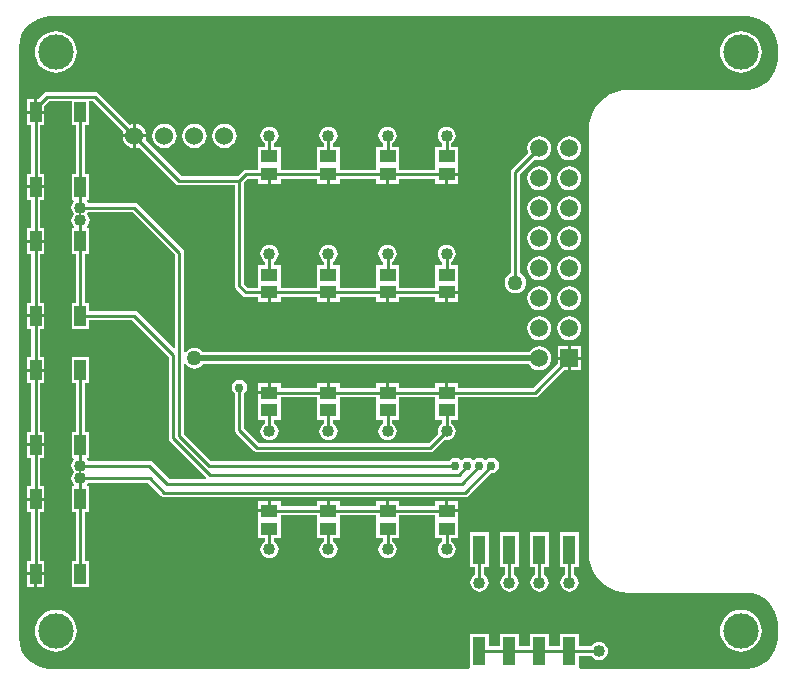
<source format=gtl>
G04 Layer_Physical_Order=1*
G04 Layer_Color=255*
%FSLAX25Y25*%
%MOIN*%
G70*
G01*
G75*
%ADD10R,0.05512X0.04331*%
%ADD11R,0.04449X0.09606*%
%ADD12R,0.03937X0.06693*%
%ADD13C,0.01000*%
%ADD14C,0.02000*%
%ADD15R,0.05906X0.05906*%
%ADD16C,0.05906*%
%ADD17C,0.06000*%
%ADD18C,0.11811*%
%ADD19C,0.04000*%
%ADD20C,0.05000*%
%ADD21C,0.03000*%
G36*
X161111Y108538D02*
X163046Y107951D01*
X164828Y106998D01*
X166391Y105716D01*
X167673Y104154D01*
X168626Y102371D01*
X169213Y100437D01*
X169399Y98541D01*
X169376Y98425D01*
Y94575D01*
X169396Y94477D01*
X169207Y92563D01*
X168620Y90629D01*
X167667Y88846D01*
X166385Y87284D01*
X164823Y86002D01*
X163040Y85049D01*
X161106Y84462D01*
X159587Y84313D01*
X159095Y84293D01*
X159094Y84293D01*
X158684Y84218D01*
X158239Y84207D01*
X158118D01*
X119724Y84207D01*
Y84218D01*
X117636Y84054D01*
X115598Y83565D01*
X113663Y82763D01*
X111876Y81668D01*
X110283Y80308D01*
X108922Y78714D01*
X107827Y76928D01*
X107026Y74992D01*
X106537Y72955D01*
X106372Y70866D01*
X106384D01*
Y-70079D01*
X106372D01*
X106537Y-72167D01*
X107026Y-74205D01*
X107827Y-76140D01*
X108922Y-77927D01*
X110283Y-79520D01*
X111876Y-80881D01*
X113663Y-81976D01*
X115598Y-82777D01*
X117636Y-83267D01*
X119724Y-83431D01*
Y-83419D01*
X158916D01*
X159095Y-83455D01*
Y-83455D01*
X159123Y-83428D01*
X161106Y-83624D01*
X163040Y-84210D01*
X164823Y-85163D01*
X166385Y-86445D01*
X167667Y-88008D01*
X168620Y-89790D01*
X169207Y-91725D01*
X169396Y-93639D01*
X169376Y-93736D01*
Y-98425D01*
X169396Y-98523D01*
X169207Y-100437D01*
X168620Y-102371D01*
X167667Y-104154D01*
X166385Y-105716D01*
X164823Y-106998D01*
X163040Y-107951D01*
X161106Y-108538D01*
X159192Y-108726D01*
X159095Y-108707D01*
X103706D01*
X103224Y-108661D01*
X103224Y-108207D01*
Y-104388D01*
X107250D01*
X107719Y-104998D01*
X108345Y-105479D01*
X109075Y-105781D01*
X109858Y-105884D01*
X110641Y-105781D01*
X111371Y-105479D01*
X111998Y-104998D01*
X112479Y-104371D01*
X112781Y-103641D01*
X112884Y-102858D01*
X112781Y-102075D01*
X112479Y-101345D01*
X111998Y-100719D01*
X111371Y-100238D01*
X110641Y-99936D01*
X109858Y-99832D01*
X109075Y-99936D01*
X108345Y-100238D01*
X107719Y-100719D01*
X107250Y-101329D01*
X103224D01*
Y-97055D01*
X96776D01*
Y-101329D01*
X93224D01*
Y-97055D01*
X86776D01*
Y-101329D01*
X83224D01*
Y-97055D01*
X76776D01*
Y-101329D01*
X73224D01*
Y-97055D01*
X66776D01*
Y-108207D01*
X66776Y-108661D01*
X66294Y-108707D01*
X-73189D01*
X-73189Y-108707D01*
Y-108707D01*
X-73681Y-108687D01*
X-75200Y-108538D01*
X-77135Y-107951D01*
X-78917Y-106998D01*
X-80480Y-105716D01*
X-81762Y-104154D01*
X-82715Y-102371D01*
X-83302Y-100437D01*
X-83490Y-98523D01*
X-83471Y-98425D01*
Y-92264D01*
Y92264D01*
Y98425D01*
X-83490Y98523D01*
X-83302Y100437D01*
X-82715Y102371D01*
X-81762Y104154D01*
X-80480Y105716D01*
X-78917Y106998D01*
X-77135Y107951D01*
X-75200Y108538D01*
X-73287Y108726D01*
X-73189Y108707D01*
X159100D01*
X159198Y108726D01*
X161111Y108538D01*
D02*
G37*
%LPC*%
G36*
X99500Y-5736D02*
X96047D01*
Y-7026D01*
X87871Y-15203D01*
X62811D01*
Y-13567D01*
X59555D01*
Y-16732D01*
X58555D01*
Y-13567D01*
X55299D01*
Y-15203D01*
X43126D01*
Y-13567D01*
X39870D01*
Y-16732D01*
X38870D01*
Y-13567D01*
X35614D01*
Y-15203D01*
X23441D01*
Y-13567D01*
X20185D01*
Y-16732D01*
X19185D01*
Y-13567D01*
X15929D01*
Y-15203D01*
X3756D01*
Y-13567D01*
X500D01*
Y-16732D01*
X0D01*
Y-17232D01*
X-3756D01*
Y-19898D01*
Y-25803D01*
X-1529D01*
Y-26991D01*
X-2140Y-27459D01*
X-2620Y-28086D01*
X-2923Y-28815D01*
X-3026Y-29598D01*
X-2923Y-30382D01*
X-2620Y-31111D01*
X-2140Y-31738D01*
X-1513Y-32219D01*
X-783Y-32521D01*
X-0Y-32624D01*
X783Y-32521D01*
X1513Y-32219D01*
X2140Y-31738D01*
X2620Y-31111D01*
X2923Y-30382D01*
X3026Y-29598D01*
X2923Y-28815D01*
X2620Y-28086D01*
X2140Y-27459D01*
X1529Y-26991D01*
Y-25803D01*
X3756D01*
Y-19898D01*
Y-18262D01*
X15929D01*
Y-19898D01*
Y-25803D01*
X18156D01*
Y-26991D01*
X17545Y-27459D01*
X17064Y-28086D01*
X16762Y-28815D01*
X16659Y-29598D01*
X16762Y-30382D01*
X17064Y-31111D01*
X17545Y-31738D01*
X18172Y-32219D01*
X18902Y-32521D01*
X19685Y-32624D01*
X20468Y-32521D01*
X21198Y-32219D01*
X21825Y-31738D01*
X22306Y-31111D01*
X22608Y-30382D01*
X22711Y-29598D01*
X22608Y-28815D01*
X22306Y-28086D01*
X21825Y-27459D01*
X21214Y-26991D01*
Y-25803D01*
X23441D01*
Y-19898D01*
Y-18262D01*
X35614D01*
Y-19898D01*
Y-25803D01*
X37841D01*
Y-26991D01*
X37230Y-27459D01*
X36750Y-28086D01*
X36447Y-28815D01*
X36344Y-29598D01*
X36447Y-30382D01*
X36750Y-31111D01*
X37230Y-31738D01*
X37857Y-32219D01*
X38587Y-32521D01*
X39370Y-32624D01*
X40153Y-32521D01*
X40883Y-32219D01*
X41510Y-31738D01*
X41991Y-31111D01*
X42293Y-30382D01*
X42396Y-29598D01*
X42293Y-28815D01*
X41991Y-28086D01*
X41510Y-27459D01*
X40900Y-26991D01*
Y-25803D01*
X43126D01*
Y-19898D01*
Y-18262D01*
X55299D01*
Y-19898D01*
Y-25803D01*
X57526D01*
Y-26991D01*
X56915Y-27459D01*
X56435Y-28086D01*
X56132Y-28815D01*
X56029Y-29598D01*
X56130Y-30361D01*
X53020Y-33471D01*
X-3367D01*
X-8471Y-28367D01*
Y-16985D01*
X-8198Y-16802D01*
X-7645Y-15976D01*
X-7451Y-15000D01*
X-7645Y-14025D01*
X-8198Y-13198D01*
X-9025Y-12645D01*
X-10000Y-12451D01*
X-10975Y-12645D01*
X-11802Y-13198D01*
X-12355Y-14025D01*
X-12549Y-15000D01*
X-12355Y-15976D01*
X-11802Y-16802D01*
X-11529Y-16985D01*
Y-29000D01*
X-11413Y-29585D01*
X-11081Y-30081D01*
X-5081Y-36081D01*
X-4585Y-36413D01*
X-4000Y-36529D01*
X53654D01*
X54239Y-36413D01*
X54735Y-36081D01*
X58293Y-32524D01*
X59055Y-32624D01*
X59838Y-32521D01*
X60568Y-32219D01*
X61195Y-31738D01*
X61676Y-31111D01*
X61978Y-30382D01*
X62081Y-29598D01*
X61978Y-28815D01*
X61676Y-28086D01*
X61195Y-27459D01*
X60584Y-26991D01*
Y-25803D01*
X62811D01*
Y-19898D01*
Y-18262D01*
X88504D01*
X89089Y-18145D01*
X89585Y-17814D01*
X98210Y-9189D01*
X99500D01*
Y-5736D01*
D02*
G37*
G36*
X103953D02*
X100500D01*
Y-9189D01*
X103953D01*
Y-5736D01*
D02*
G37*
G36*
X-74992Y8461D02*
X-77961D01*
X-80929D01*
Y4614D01*
X-79490D01*
Y-4890D01*
X-80929D01*
Y-8736D01*
X-77961D01*
X-74992D01*
Y-4890D01*
X-76431D01*
Y4614D01*
X-74992D01*
Y8461D01*
D02*
G37*
G36*
Y-34539D02*
X-77961D01*
X-80929D01*
Y-38386D01*
X-79490D01*
Y-47890D01*
X-80929D01*
Y-51736D01*
X-77961D01*
X-74992D01*
Y-47890D01*
X-76431D01*
Y-38386D01*
X-74992D01*
Y-34539D01*
D02*
G37*
G36*
Y-9736D02*
X-77961D01*
X-80929D01*
Y-13583D01*
X-79490D01*
Y-29693D01*
X-80929D01*
Y-33539D01*
X-77961D01*
X-74992D01*
Y-29693D01*
X-76431D01*
Y-13583D01*
X-74992D01*
Y-9736D01*
D02*
G37*
G36*
X-500Y-13567D02*
X-3756D01*
Y-16232D01*
X-500D01*
Y-13567D01*
D02*
G37*
G36*
X100000Y8751D02*
X98968Y8615D01*
X98007Y8217D01*
X97181Y7583D01*
X96547Y6757D01*
X96149Y5796D01*
X96013Y4764D01*
X96149Y3732D01*
X96547Y2770D01*
X97181Y1945D01*
X98007Y1311D01*
X98968Y913D01*
X100000Y777D01*
X101032Y913D01*
X101993Y1311D01*
X102819Y1945D01*
X103453Y2770D01*
X103851Y3732D01*
X103987Y4764D01*
X103851Y5796D01*
X103453Y6757D01*
X102819Y7583D01*
X101993Y8217D01*
X101032Y8615D01*
X100000Y8751D01*
D02*
G37*
G36*
X-74992Y33264D02*
X-77961D01*
X-80929D01*
Y29417D01*
X-79490D01*
Y13307D01*
X-80929D01*
Y9461D01*
X-77961D01*
X-74992D01*
Y13307D01*
X-76431D01*
Y29417D01*
X-74992D01*
Y33264D01*
D02*
G37*
G36*
X90000Y18751D02*
X88968Y18615D01*
X88007Y18216D01*
X87181Y17583D01*
X86547Y16757D01*
X86149Y15796D01*
X86013Y14764D01*
X86149Y13732D01*
X86547Y12770D01*
X87181Y11945D01*
X88007Y11311D01*
X88968Y10913D01*
X90000Y10777D01*
X91032Y10913D01*
X91993Y11311D01*
X92819Y11945D01*
X93453Y12770D01*
X93851Y13732D01*
X93987Y14764D01*
X93851Y15796D01*
X93453Y16757D01*
X92819Y17583D01*
X91993Y18216D01*
X91032Y18615D01*
X90000Y18751D01*
D02*
G37*
G36*
X99500Y-1283D02*
X96047D01*
Y-4736D01*
X99500D01*
Y-1283D01*
D02*
G37*
G36*
X103953D02*
X100500D01*
Y-4736D01*
X103953D01*
Y-1283D01*
D02*
G37*
G36*
X90000Y8751D02*
X88968Y8615D01*
X88007Y8217D01*
X87181Y7583D01*
X86547Y6757D01*
X86149Y5796D01*
X86013Y4764D01*
X86149Y3732D01*
X86547Y2770D01*
X87181Y1945D01*
X88007Y1311D01*
X88968Y913D01*
X90000Y777D01*
X91032Y913D01*
X91993Y1311D01*
X92819Y1945D01*
X93453Y2770D01*
X93851Y3732D01*
X93987Y4764D01*
X93851Y5796D01*
X93453Y6757D01*
X92819Y7583D01*
X91993Y8217D01*
X91032Y8615D01*
X90000Y8751D01*
D02*
G37*
G36*
X83224Y-63197D02*
X76776D01*
Y-74803D01*
X78471D01*
Y-77392D01*
X77860Y-77860D01*
X77380Y-78487D01*
X77077Y-79217D01*
X76974Y-80000D01*
X77077Y-80783D01*
X77380Y-81513D01*
X77860Y-82140D01*
X78487Y-82621D01*
X79217Y-82923D01*
X80000Y-83026D01*
X80783Y-82923D01*
X81513Y-82621D01*
X82140Y-82140D01*
X82621Y-81513D01*
X82923Y-80783D01*
X83026Y-80000D01*
X82923Y-79217D01*
X82621Y-78487D01*
X82140Y-77860D01*
X81529Y-77392D01*
Y-74803D01*
X83224D01*
Y-63197D01*
D02*
G37*
G36*
X93224D02*
X86776D01*
Y-74803D01*
X88471D01*
Y-77392D01*
X87860Y-77860D01*
X87379Y-78487D01*
X87077Y-79217D01*
X86974Y-80000D01*
X87077Y-80783D01*
X87379Y-81513D01*
X87860Y-82140D01*
X88487Y-82621D01*
X89217Y-82923D01*
X90000Y-83026D01*
X90783Y-82923D01*
X91513Y-82621D01*
X92140Y-82140D01*
X92620Y-81513D01*
X92923Y-80783D01*
X93026Y-80000D01*
X92923Y-79217D01*
X92620Y-78487D01*
X92140Y-77860D01*
X91529Y-77392D01*
Y-74803D01*
X93224D01*
Y-63197D01*
D02*
G37*
G36*
X103224D02*
X96776D01*
Y-74803D01*
X98471D01*
Y-77392D01*
X97860Y-77860D01*
X97379Y-78487D01*
X97077Y-79217D01*
X96974Y-80000D01*
X97077Y-80783D01*
X97379Y-81513D01*
X97860Y-82140D01*
X98487Y-82621D01*
X99217Y-82923D01*
X100000Y-83026D01*
X100783Y-82923D01*
X101513Y-82621D01*
X102140Y-82140D01*
X102620Y-81513D01*
X102923Y-80783D01*
X103026Y-80000D01*
X102923Y-79217D01*
X102620Y-78487D01*
X102140Y-77860D01*
X101529Y-77392D01*
Y-74803D01*
X103224D01*
Y-63197D01*
D02*
G37*
G36*
X-71220Y-89124D02*
X-72574Y-89257D01*
X-73876Y-89652D01*
X-75076Y-90294D01*
X-76127Y-91156D01*
X-76990Y-92208D01*
X-77631Y-93408D01*
X-78026Y-94709D01*
X-78159Y-96063D01*
X-78026Y-97417D01*
X-77631Y-98718D01*
X-76990Y-99918D01*
X-76127Y-100970D01*
X-75076Y-101832D01*
X-73876Y-102474D01*
X-72574Y-102869D01*
X-71220Y-103002D01*
X-69867Y-102869D01*
X-68565Y-102474D01*
X-67365Y-101832D01*
X-66314Y-100970D01*
X-65451Y-99918D01*
X-64810Y-98718D01*
X-64415Y-97417D01*
X-64282Y-96063D01*
X-64415Y-94709D01*
X-64810Y-93408D01*
X-65451Y-92208D01*
X-66314Y-91156D01*
X-67365Y-90294D01*
X-68565Y-89652D01*
X-69867Y-89257D01*
X-71220Y-89124D01*
D02*
G37*
G36*
X157126D02*
X155772Y-89257D01*
X154471Y-89652D01*
X153271Y-90294D01*
X152219Y-91156D01*
X151356Y-92208D01*
X150715Y-93408D01*
X150320Y-94709D01*
X150187Y-96063D01*
X150320Y-97417D01*
X150715Y-98718D01*
X151356Y-99918D01*
X152219Y-100970D01*
X153271Y-101832D01*
X154471Y-102474D01*
X155772Y-102869D01*
X157126Y-103002D01*
X158480Y-102869D01*
X159781Y-102474D01*
X160981Y-101832D01*
X162032Y-100970D01*
X162896Y-99918D01*
X163537Y-98718D01*
X163932Y-97417D01*
X164065Y-96063D01*
X163932Y-94709D01*
X163537Y-93408D01*
X162896Y-92208D01*
X162032Y-91156D01*
X160981Y-90294D01*
X159781Y-89652D01*
X158480Y-89257D01*
X157126Y-89124D01*
D02*
G37*
G36*
X73224Y-63197D02*
X66776D01*
Y-74803D01*
X68471D01*
Y-77392D01*
X67860Y-77860D01*
X67379Y-78487D01*
X67077Y-79217D01*
X66974Y-80000D01*
X67077Y-80783D01*
X67379Y-81513D01*
X67860Y-82140D01*
X68487Y-82621D01*
X69217Y-82923D01*
X70000Y-83026D01*
X70783Y-82923D01*
X71513Y-82621D01*
X72140Y-82140D01*
X72620Y-81513D01*
X72923Y-80783D01*
X73026Y-80000D01*
X72923Y-79217D01*
X72620Y-78487D01*
X72140Y-77860D01*
X71529Y-77392D01*
Y-74803D01*
X73224D01*
Y-63197D01*
D02*
G37*
G36*
X-500Y-52937D02*
X-3756D01*
Y-55602D01*
X-500D01*
Y-52937D01*
D02*
G37*
G36*
X62811D02*
X59555D01*
Y-55602D01*
X62811D01*
Y-52937D01*
D02*
G37*
G36*
X58555D02*
X55299D01*
Y-54573D01*
X43126D01*
Y-52937D01*
X39870D01*
Y-56102D01*
X38870D01*
Y-52937D01*
X35614D01*
Y-54573D01*
X23441D01*
Y-52937D01*
X20185D01*
Y-56102D01*
X19185D01*
Y-52937D01*
X15929D01*
Y-54573D01*
X3756D01*
Y-52937D01*
X500D01*
Y-56102D01*
X0D01*
Y-56602D01*
X-3756D01*
Y-59268D01*
Y-65173D01*
X-1529D01*
Y-66361D01*
X-2140Y-66829D01*
X-2620Y-67456D01*
X-2923Y-68185D01*
X-3026Y-68968D01*
X-2923Y-69752D01*
X-2620Y-70481D01*
X-2140Y-71108D01*
X-1513Y-71589D01*
X-783Y-71891D01*
X-0Y-71994D01*
X783Y-71891D01*
X1513Y-71589D01*
X2140Y-71108D01*
X2620Y-70481D01*
X2923Y-69752D01*
X3026Y-68968D01*
X2923Y-68185D01*
X2620Y-67456D01*
X2140Y-66829D01*
X1529Y-66361D01*
Y-65173D01*
X3756D01*
Y-59268D01*
Y-57632D01*
X15929D01*
Y-59268D01*
Y-65173D01*
X18156D01*
Y-66361D01*
X17545Y-66829D01*
X17064Y-67456D01*
X16762Y-68185D01*
X16659Y-68968D01*
X16762Y-69752D01*
X17064Y-70481D01*
X17545Y-71108D01*
X18172Y-71589D01*
X18902Y-71891D01*
X19685Y-71994D01*
X20468Y-71891D01*
X21198Y-71589D01*
X21825Y-71108D01*
X22306Y-70481D01*
X22608Y-69752D01*
X22711Y-68968D01*
X22608Y-68185D01*
X22306Y-67456D01*
X21825Y-66829D01*
X21214Y-66361D01*
Y-65173D01*
X23441D01*
Y-59268D01*
Y-57632D01*
X35614D01*
Y-59268D01*
Y-65173D01*
X37841D01*
Y-66361D01*
X37230Y-66829D01*
X36750Y-67456D01*
X36447Y-68185D01*
X36344Y-68968D01*
X36447Y-69752D01*
X36750Y-70481D01*
X37230Y-71108D01*
X37857Y-71589D01*
X38587Y-71891D01*
X39370Y-71994D01*
X40153Y-71891D01*
X40883Y-71589D01*
X41510Y-71108D01*
X41991Y-70481D01*
X42293Y-69752D01*
X42396Y-68968D01*
X42293Y-68185D01*
X41991Y-67456D01*
X41510Y-66829D01*
X40900Y-66361D01*
Y-65173D01*
X43126D01*
Y-59268D01*
Y-57632D01*
X55299D01*
Y-59268D01*
Y-65173D01*
X57526D01*
Y-66361D01*
X56915Y-66829D01*
X56435Y-67456D01*
X56132Y-68185D01*
X56029Y-68968D01*
X56132Y-69752D01*
X56435Y-70481D01*
X56915Y-71108D01*
X57542Y-71589D01*
X58272Y-71891D01*
X59055Y-71994D01*
X59838Y-71891D01*
X60568Y-71589D01*
X61195Y-71108D01*
X61676Y-70481D01*
X61978Y-69752D01*
X62081Y-68968D01*
X61978Y-68185D01*
X61676Y-67456D01*
X61195Y-66829D01*
X60584Y-66361D01*
Y-65173D01*
X62811D01*
Y-59268D01*
Y-56602D01*
X59055D01*
Y-56102D01*
X58555D01*
Y-52937D01*
D02*
G37*
G36*
X-78461Y-77539D02*
X-80929D01*
Y-81386D01*
X-78461D01*
Y-77539D01*
D02*
G37*
G36*
X-74992D02*
X-77461D01*
Y-81386D01*
X-74992D01*
Y-77539D01*
D02*
G37*
G36*
Y-52736D02*
X-77961D01*
X-80929D01*
Y-56583D01*
X-79490D01*
Y-72693D01*
X-80929D01*
Y-76539D01*
X-77961D01*
X-74992D01*
Y-72693D01*
X-76431D01*
Y-56583D01*
X-74992D01*
Y-52736D01*
D02*
G37*
G36*
X100000Y18751D02*
X98968Y18615D01*
X98007Y18216D01*
X97181Y17583D01*
X96547Y16757D01*
X96149Y15796D01*
X96013Y14764D01*
X96149Y13732D01*
X96547Y12770D01*
X97181Y11945D01*
X98007Y11311D01*
X98968Y10913D01*
X100000Y10777D01*
X101032Y10913D01*
X101993Y11311D01*
X102819Y11945D01*
X103453Y12770D01*
X103851Y13732D01*
X103987Y14764D01*
X103851Y15796D01*
X103453Y16757D01*
X102819Y17583D01*
X101993Y18216D01*
X101032Y18615D01*
X100000Y18751D01*
D02*
G37*
G36*
X-35000Y72932D02*
X-36044Y72795D01*
X-37017Y72392D01*
X-37853Y71750D01*
X-38494Y70915D01*
X-38897Y69942D01*
X-39035Y68898D01*
X-38897Y67853D01*
X-38494Y66880D01*
X-37853Y66045D01*
X-37017Y65404D01*
X-36044Y65001D01*
X-35000Y64863D01*
X-33956Y65001D01*
X-32983Y65404D01*
X-32147Y66045D01*
X-31506Y66880D01*
X-31103Y67853D01*
X-30966Y68898D01*
X-31103Y69942D01*
X-31506Y70915D01*
X-32147Y71750D01*
X-32983Y72392D01*
X-33956Y72795D01*
X-35000Y72932D01*
D02*
G37*
G36*
X-25000D02*
X-26044Y72795D01*
X-27017Y72392D01*
X-27853Y71750D01*
X-28494Y70915D01*
X-28897Y69942D01*
X-29035Y68898D01*
X-28897Y67853D01*
X-28494Y66880D01*
X-27853Y66045D01*
X-27017Y65404D01*
X-26044Y65001D01*
X-25000Y64863D01*
X-23956Y65001D01*
X-22983Y65404D01*
X-22147Y66045D01*
X-21506Y66880D01*
X-21103Y67853D01*
X-20966Y68898D01*
X-21103Y69942D01*
X-21506Y70915D01*
X-22147Y71750D01*
X-22983Y72392D01*
X-23956Y72795D01*
X-25000Y72932D01*
D02*
G37*
G36*
X-15000D02*
X-16044Y72795D01*
X-17017Y72392D01*
X-17853Y71750D01*
X-18494Y70915D01*
X-18897Y69942D01*
X-19035Y68898D01*
X-18897Y67853D01*
X-18494Y66880D01*
X-17853Y66045D01*
X-17017Y65404D01*
X-16044Y65001D01*
X-15000Y64863D01*
X-13956Y65001D01*
X-12983Y65404D01*
X-12147Y66045D01*
X-11506Y66880D01*
X-11103Y67853D01*
X-10966Y68898D01*
X-11103Y69942D01*
X-11506Y70915D01*
X-12147Y71750D01*
X-12983Y72392D01*
X-13956Y72795D01*
X-15000Y72932D01*
D02*
G37*
G36*
X59055Y71994D02*
X58272Y71891D01*
X57542Y71589D01*
X56915Y71108D01*
X56435Y70481D01*
X56132Y69752D01*
X56029Y68968D01*
X56132Y68185D01*
X56435Y67456D01*
X56915Y66829D01*
X57526Y66361D01*
Y65173D01*
X55299D01*
Y58842D01*
Y57632D01*
X43126D01*
Y58842D01*
Y65173D01*
X40900D01*
Y66361D01*
X41510Y66829D01*
X41991Y67456D01*
X42293Y68185D01*
X42396Y68968D01*
X42293Y69752D01*
X41991Y70481D01*
X41510Y71108D01*
X40883Y71589D01*
X40153Y71891D01*
X39370Y71994D01*
X38587Y71891D01*
X37857Y71589D01*
X37231Y71108D01*
X36750Y70481D01*
X36447Y69752D01*
X36344Y68968D01*
X36447Y68185D01*
X36750Y67456D01*
X37231Y66829D01*
X37841Y66361D01*
Y65173D01*
X35614D01*
Y58842D01*
Y57632D01*
X23441D01*
Y58842D01*
Y65173D01*
X21214D01*
Y66361D01*
X21825Y66829D01*
X22306Y67456D01*
X22608Y68185D01*
X22711Y68968D01*
X22608Y69752D01*
X22306Y70481D01*
X21825Y71108D01*
X21198Y71589D01*
X20468Y71891D01*
X19685Y71994D01*
X18902Y71891D01*
X18172Y71589D01*
X17545Y71108D01*
X17064Y70481D01*
X16762Y69752D01*
X16659Y68968D01*
X16762Y68185D01*
X17064Y67456D01*
X17545Y66829D01*
X18156Y66361D01*
Y65173D01*
X15929D01*
Y58842D01*
Y57632D01*
X3756D01*
Y58842D01*
Y65173D01*
X1529D01*
Y66361D01*
X2140Y66829D01*
X2620Y67456D01*
X2923Y68185D01*
X3026Y68968D01*
X2923Y69752D01*
X2620Y70481D01*
X2140Y71108D01*
X1513Y71589D01*
X783Y71891D01*
X0Y71994D01*
X-783Y71891D01*
X-1513Y71589D01*
X-2140Y71108D01*
X-2620Y70481D01*
X-2923Y69752D01*
X-3026Y68968D01*
X-2923Y68185D01*
X-2620Y67456D01*
X-2140Y66829D01*
X-1529Y66361D01*
Y65173D01*
X-3756D01*
Y58842D01*
Y57632D01*
X-7898D01*
X-8483Y57515D01*
X-8979Y57184D01*
X-10633Y55529D01*
X-29469D01*
X-41305Y67366D01*
X-41103Y67853D01*
X-41031Y68398D01*
X-44500D01*
Y64929D01*
X-43956Y65001D01*
X-43468Y65203D01*
X-31184Y52919D01*
X-30688Y52587D01*
X-30102Y52471D01*
X-11529D01*
Y19000D01*
X-11413Y18415D01*
X-11081Y17919D01*
X-8814Y15651D01*
X-8318Y15319D01*
X-7732Y15203D01*
X-3756D01*
Y13567D01*
X-500D01*
Y16732D01*
X500D01*
Y13567D01*
X3756D01*
Y15203D01*
X15929D01*
Y13567D01*
X19185D01*
Y16732D01*
X20185D01*
Y13567D01*
X23441D01*
Y15203D01*
X35614D01*
Y13567D01*
X38870D01*
Y16732D01*
X39870D01*
Y13567D01*
X43126D01*
Y15203D01*
X55299D01*
Y13567D01*
X58555D01*
Y16732D01*
X59055D01*
Y17232D01*
X62811D01*
Y19472D01*
Y25803D01*
X60584D01*
Y26991D01*
X61195Y27459D01*
X61676Y28086D01*
X61978Y28815D01*
X62081Y29598D01*
X61978Y30382D01*
X61676Y31111D01*
X61195Y31738D01*
X60568Y32219D01*
X59838Y32521D01*
X59055Y32624D01*
X58272Y32521D01*
X57542Y32219D01*
X56915Y31738D01*
X56435Y31111D01*
X56132Y30382D01*
X56029Y29598D01*
X56132Y28815D01*
X56435Y28086D01*
X56915Y27459D01*
X57526Y26991D01*
Y25803D01*
X55299D01*
Y19472D01*
Y18262D01*
X43126D01*
Y19472D01*
Y25803D01*
X40900D01*
Y26991D01*
X41510Y27459D01*
X41991Y28086D01*
X42293Y28815D01*
X42396Y29598D01*
X42293Y30382D01*
X41991Y31111D01*
X41510Y31738D01*
X40883Y32219D01*
X40153Y32521D01*
X39370Y32624D01*
X38587Y32521D01*
X37857Y32219D01*
X37231Y31738D01*
X36750Y31111D01*
X36447Y30382D01*
X36344Y29598D01*
X36447Y28815D01*
X36750Y28086D01*
X37231Y27459D01*
X37841Y26991D01*
Y25803D01*
X35614D01*
Y19472D01*
Y18262D01*
X23441D01*
Y19472D01*
Y25803D01*
X21214D01*
Y26991D01*
X21825Y27459D01*
X22306Y28086D01*
X22608Y28815D01*
X22711Y29598D01*
X22608Y30382D01*
X22306Y31111D01*
X21825Y31738D01*
X21198Y32219D01*
X20468Y32521D01*
X19685Y32624D01*
X18902Y32521D01*
X18172Y32219D01*
X17545Y31738D01*
X17064Y31111D01*
X16762Y30382D01*
X16659Y29598D01*
X16762Y28815D01*
X17064Y28086D01*
X17545Y27459D01*
X18156Y26991D01*
Y25803D01*
X15929D01*
Y19472D01*
Y18262D01*
X3756D01*
Y19472D01*
Y25803D01*
X1529D01*
Y26991D01*
X2140Y27459D01*
X2620Y28086D01*
X2923Y28815D01*
X3026Y29598D01*
X2923Y30382D01*
X2620Y31111D01*
X2140Y31738D01*
X1513Y32219D01*
X783Y32521D01*
X0Y32624D01*
X-783Y32521D01*
X-1513Y32219D01*
X-2140Y31738D01*
X-2620Y31111D01*
X-2923Y30382D01*
X-3026Y29598D01*
X-2923Y28815D01*
X-2620Y28086D01*
X-2140Y27459D01*
X-1529Y26991D01*
Y25803D01*
X-3756D01*
Y19472D01*
Y18262D01*
X-7099D01*
X-8471Y19634D01*
Y53367D01*
X-7264Y54573D01*
X-3756D01*
Y52937D01*
X-500D01*
Y56102D01*
X500D01*
Y52937D01*
X3756D01*
Y54573D01*
X15929D01*
Y52937D01*
X19185D01*
Y56102D01*
X20185D01*
Y52937D01*
X23441D01*
Y54573D01*
X35614D01*
Y52937D01*
X38870D01*
Y56102D01*
X39870D01*
Y52937D01*
X43126D01*
Y54573D01*
X55299D01*
Y52937D01*
X58555D01*
Y56102D01*
X59055D01*
Y56602D01*
X62811D01*
Y58842D01*
Y65173D01*
X60584D01*
Y66361D01*
X61195Y66829D01*
X61676Y67456D01*
X61978Y68185D01*
X62081Y68968D01*
X61978Y69752D01*
X61676Y70481D01*
X61195Y71108D01*
X60568Y71589D01*
X59838Y71891D01*
X59055Y71994D01*
D02*
G37*
G36*
X90000Y68751D02*
X88968Y68615D01*
X88007Y68217D01*
X87181Y67583D01*
X86547Y66757D01*
X86149Y65796D01*
X86013Y64764D01*
X86149Y63732D01*
X86341Y63268D01*
X80919Y57845D01*
X80587Y57349D01*
X80471Y56764D01*
Y23155D01*
X80235Y23057D01*
X79504Y22496D01*
X78943Y21765D01*
X78590Y20914D01*
X78470Y20000D01*
X78590Y19086D01*
X78943Y18235D01*
X79504Y17504D01*
X80235Y16943D01*
X81086Y16590D01*
X82000Y16470D01*
X82914Y16590D01*
X83765Y16943D01*
X84496Y17504D01*
X85057Y18235D01*
X85410Y19086D01*
X85530Y20000D01*
X85410Y20914D01*
X85057Y21765D01*
X84496Y22496D01*
X83765Y23057D01*
X83529Y23155D01*
Y56130D01*
X88504Y61105D01*
X88968Y60913D01*
X90000Y60777D01*
X91032Y60913D01*
X91993Y61311D01*
X92819Y61945D01*
X93453Y62770D01*
X93851Y63732D01*
X93987Y64764D01*
X93851Y65796D01*
X93453Y66757D01*
X92819Y67583D01*
X91993Y68217D01*
X91032Y68615D01*
X90000Y68751D01*
D02*
G37*
G36*
X100000D02*
X98968Y68615D01*
X98007Y68217D01*
X97181Y67583D01*
X96547Y66757D01*
X96149Y65796D01*
X96013Y64764D01*
X96149Y63732D01*
X96547Y62770D01*
X97181Y61945D01*
X98007Y61311D01*
X98968Y60913D01*
X100000Y60777D01*
X101032Y60913D01*
X101993Y61311D01*
X102819Y61945D01*
X103453Y62770D01*
X103851Y63732D01*
X103987Y64764D01*
X103851Y65796D01*
X103453Y66757D01*
X102819Y67583D01*
X101993Y68217D01*
X101032Y68615D01*
X100000Y68751D01*
D02*
G37*
G36*
X-78461Y81110D02*
X-80929D01*
Y77264D01*
X-78461D01*
Y81110D01*
D02*
G37*
G36*
X-71220Y103789D02*
X-72574Y103656D01*
X-73876Y103261D01*
X-75076Y102620D01*
X-76127Y101757D01*
X-76990Y100705D01*
X-77631Y99506D01*
X-78026Y98204D01*
X-78159Y96850D01*
X-78026Y95497D01*
X-77631Y94195D01*
X-76990Y92995D01*
X-76127Y91944D01*
X-75076Y91081D01*
X-73876Y90440D01*
X-72574Y90045D01*
X-71220Y89912D01*
X-69867Y90045D01*
X-68565Y90440D01*
X-67365Y91081D01*
X-66314Y91944D01*
X-65451Y92995D01*
X-64810Y94195D01*
X-64415Y95497D01*
X-64282Y96850D01*
X-64415Y98204D01*
X-64810Y99506D01*
X-65451Y100705D01*
X-66314Y101757D01*
X-67365Y102620D01*
X-68565Y103261D01*
X-69867Y103656D01*
X-71220Y103789D01*
D02*
G37*
G36*
X157126D02*
X155772Y103656D01*
X154471Y103261D01*
X153271Y102620D01*
X152219Y101757D01*
X151356Y100705D01*
X150715Y99506D01*
X150320Y98204D01*
X150187Y96850D01*
X150320Y95497D01*
X150715Y94195D01*
X151356Y92995D01*
X152219Y91944D01*
X153271Y91081D01*
X154471Y90440D01*
X155772Y90045D01*
X157126Y89912D01*
X158480Y90045D01*
X159781Y90440D01*
X160981Y91081D01*
X162032Y91944D01*
X162896Y92995D01*
X163537Y94195D01*
X163932Y95497D01*
X164065Y96850D01*
X163932Y98204D01*
X163537Y99506D01*
X162896Y100705D01*
X162032Y101757D01*
X160981Y102620D01*
X159781Y103261D01*
X158480Y103656D01*
X157126Y103789D01*
D02*
G37*
G36*
X-45500Y68398D02*
X-48969D01*
X-48897Y67853D01*
X-48494Y66880D01*
X-47853Y66045D01*
X-47017Y65404D01*
X-46044Y65001D01*
X-45500Y64929D01*
Y68398D01*
D02*
G37*
G36*
X-58102Y83529D02*
X-74000D01*
X-74585Y83413D01*
X-75081Y83081D01*
X-77053Y81110D01*
X-77461D01*
Y77264D01*
X-74992D01*
Y78845D01*
X-73366Y80471D01*
X-65969D01*
Y72417D01*
X-64529D01*
Y56307D01*
X-65969D01*
Y47614D01*
X-65342D01*
X-65178Y47230D01*
X-65159Y47114D01*
X-65620Y46513D01*
X-65923Y45783D01*
X-66026Y45000D01*
X-65923Y44217D01*
X-65620Y43487D01*
X-65156Y42882D01*
X-65620Y42277D01*
X-65923Y41547D01*
X-66026Y40764D01*
X-65923Y39981D01*
X-65620Y39251D01*
X-65140Y38624D01*
X-65122Y38610D01*
X-65291Y38110D01*
X-65969D01*
Y29417D01*
X-64529D01*
Y13307D01*
X-65969D01*
Y4614D01*
X-60031D01*
Y7431D01*
X-45673D01*
X-33529Y-4712D01*
Y-31828D01*
X-33413Y-32414D01*
X-33081Y-32910D01*
X-21021Y-44971D01*
X-21158Y-45408D01*
X-21205Y-45471D01*
X-33367D01*
X-38919Y-39919D01*
X-39415Y-39587D01*
X-40000Y-39471D01*
X-60392D01*
X-60841Y-38886D01*
X-60822Y-38770D01*
X-60658Y-38386D01*
X-60031D01*
Y-29693D01*
X-61471D01*
Y-13583D01*
X-60031D01*
Y-4890D01*
X-65969D01*
Y-13583D01*
X-64529D01*
Y-29693D01*
X-65969D01*
Y-38386D01*
X-65342D01*
X-65178Y-38770D01*
X-65159Y-38886D01*
X-65620Y-39487D01*
X-65923Y-40217D01*
X-66026Y-41000D01*
X-65923Y-41783D01*
X-65620Y-42513D01*
X-65141Y-43138D01*
X-65620Y-43763D01*
X-65923Y-44492D01*
X-66026Y-45276D01*
X-65923Y-46059D01*
X-65620Y-46788D01*
X-65159Y-47390D01*
X-65178Y-47506D01*
X-65342Y-47890D01*
X-65969D01*
Y-56583D01*
X-64529D01*
Y-72693D01*
X-65969D01*
Y-81386D01*
X-60031D01*
Y-72693D01*
X-61471D01*
Y-56583D01*
X-60031D01*
Y-47890D01*
X-60658D01*
X-60822Y-47506D01*
X-60841Y-47390D01*
X-60392Y-46805D01*
X-40358D01*
X-36081Y-51081D01*
X-35585Y-51413D01*
X-35000Y-51529D01*
X65243D01*
X65828Y-51413D01*
X66324Y-51081D01*
X73880Y-43525D01*
X74000Y-43549D01*
X74976Y-43355D01*
X75802Y-42802D01*
X76355Y-41976D01*
X76549Y-41000D01*
X76355Y-40025D01*
X75802Y-39198D01*
X74976Y-38645D01*
X74000Y-38451D01*
X73024Y-38645D01*
X72198Y-39198D01*
X71802D01*
X70976Y-38645D01*
X70000Y-38451D01*
X69024Y-38645D01*
X68198Y-39198D01*
X67802D01*
X66975Y-38645D01*
X66000Y-38451D01*
X65025Y-38645D01*
X64198Y-39198D01*
X63802D01*
X62976Y-38645D01*
X62000Y-38451D01*
X61024Y-38645D01*
X60198Y-39198D01*
X60015Y-39471D01*
X-19366D01*
X-28471Y-30367D01*
Y-7243D01*
X-27971Y-7114D01*
X-27496Y-7733D01*
X-26765Y-8293D01*
X-25914Y-8646D01*
X-25000Y-8766D01*
X-24086Y-8646D01*
X-23235Y-8293D01*
X-22504Y-7733D01*
X-22153Y-7275D01*
X86582D01*
X87181Y-8055D01*
X88007Y-8689D01*
X88968Y-9087D01*
X90000Y-9223D01*
X91032Y-9087D01*
X91993Y-8689D01*
X92819Y-8055D01*
X93453Y-7230D01*
X93851Y-6268D01*
X93987Y-5236D01*
X93851Y-4204D01*
X93453Y-3243D01*
X92819Y-2417D01*
X91993Y-1784D01*
X91032Y-1385D01*
X90000Y-1249D01*
X88968Y-1385D01*
X88007Y-1784D01*
X87181Y-2417D01*
X86582Y-3197D01*
X-22153D01*
X-22504Y-2740D01*
X-23235Y-2179D01*
X-24086Y-1826D01*
X-25000Y-1706D01*
X-25914Y-1826D01*
X-26765Y-2179D01*
X-27496Y-2740D01*
X-27971Y-3358D01*
X-28471Y-3229D01*
Y30000D01*
X-28587Y30585D01*
X-28919Y31081D01*
X-43919Y46081D01*
X-44415Y46413D01*
X-45000Y46529D01*
X-60392D01*
X-60841Y47114D01*
X-60822Y47230D01*
X-60658Y47614D01*
X-60031D01*
Y56307D01*
X-61471D01*
Y72417D01*
X-60031D01*
Y80471D01*
X-58736D01*
X-48695Y70430D01*
X-48897Y69942D01*
X-48969Y69398D01*
X-45500D01*
Y72866D01*
X-46044Y72795D01*
X-46532Y72593D01*
X-57021Y83081D01*
X-57517Y83413D01*
X-58102Y83529D01*
D02*
G37*
G36*
X-44500Y72866D02*
Y69398D01*
X-41031D01*
X-41103Y69942D01*
X-41506Y70915D01*
X-42147Y71750D01*
X-42983Y72392D01*
X-43956Y72795D01*
X-44500Y72866D01*
D02*
G37*
G36*
X62811Y55602D02*
X59555D01*
Y52937D01*
X62811D01*
Y55602D01*
D02*
G37*
G36*
X90000Y38751D02*
X88968Y38615D01*
X88007Y38217D01*
X87181Y37583D01*
X86547Y36757D01*
X86149Y35796D01*
X86013Y34764D01*
X86149Y33732D01*
X86547Y32770D01*
X87181Y31945D01*
X88007Y31311D01*
X88968Y30913D01*
X90000Y30777D01*
X91032Y30913D01*
X91993Y31311D01*
X92819Y31945D01*
X93453Y32770D01*
X93851Y33732D01*
X93987Y34764D01*
X93851Y35796D01*
X93453Y36757D01*
X92819Y37583D01*
X91993Y38217D01*
X91032Y38615D01*
X90000Y38751D01*
D02*
G37*
G36*
X100000D02*
X98968Y38615D01*
X98007Y38217D01*
X97181Y37583D01*
X96547Y36757D01*
X96149Y35796D01*
X96013Y34764D01*
X96149Y33732D01*
X96547Y32770D01*
X97181Y31945D01*
X98007Y31311D01*
X98968Y30913D01*
X100000Y30777D01*
X101032Y30913D01*
X101993Y31311D01*
X102819Y31945D01*
X103453Y32770D01*
X103851Y33732D01*
X103987Y34764D01*
X103851Y35796D01*
X103453Y36757D01*
X102819Y37583D01*
X101993Y38217D01*
X101032Y38615D01*
X100000Y38751D01*
D02*
G37*
G36*
Y28751D02*
X98968Y28615D01*
X98007Y28216D01*
X97181Y27583D01*
X96547Y26757D01*
X96149Y25796D01*
X96013Y24764D01*
X96149Y23732D01*
X96547Y22770D01*
X97181Y21945D01*
X98007Y21311D01*
X98968Y20913D01*
X100000Y20777D01*
X101032Y20913D01*
X101993Y21311D01*
X102819Y21945D01*
X103453Y22770D01*
X103851Y23732D01*
X103987Y24764D01*
X103851Y25796D01*
X103453Y26757D01*
X102819Y27583D01*
X101993Y28216D01*
X101032Y28615D01*
X100000Y28751D01*
D02*
G37*
G36*
X62811Y16232D02*
X59555D01*
Y13567D01*
X62811D01*
Y16232D01*
D02*
G37*
G36*
X90000Y28751D02*
X88968Y28615D01*
X88007Y28216D01*
X87181Y27583D01*
X86547Y26757D01*
X86149Y25796D01*
X86013Y24764D01*
X86149Y23732D01*
X86547Y22770D01*
X87181Y21945D01*
X88007Y21311D01*
X88968Y20913D01*
X90000Y20777D01*
X91032Y20913D01*
X91993Y21311D01*
X92819Y21945D01*
X93453Y22770D01*
X93851Y23732D01*
X93987Y24764D01*
X93851Y25796D01*
X93453Y26757D01*
X92819Y27583D01*
X91993Y28216D01*
X91032Y28615D01*
X90000Y28751D01*
D02*
G37*
G36*
X-74992Y51461D02*
X-77961D01*
X-80929D01*
Y47614D01*
X-79490D01*
Y38110D01*
X-80929D01*
Y34264D01*
X-77961D01*
X-74992D01*
Y38110D01*
X-76431D01*
Y47614D01*
X-74992D01*
Y51461D01*
D02*
G37*
G36*
X90000Y58751D02*
X88968Y58615D01*
X88007Y58217D01*
X87181Y57583D01*
X86547Y56757D01*
X86149Y55796D01*
X86013Y54764D01*
X86149Y53732D01*
X86547Y52770D01*
X87181Y51945D01*
X88007Y51311D01*
X88968Y50913D01*
X90000Y50777D01*
X91032Y50913D01*
X91993Y51311D01*
X92819Y51945D01*
X93453Y52770D01*
X93851Y53732D01*
X93987Y54764D01*
X93851Y55796D01*
X93453Y56757D01*
X92819Y57583D01*
X91993Y58217D01*
X91032Y58615D01*
X90000Y58751D01*
D02*
G37*
G36*
X100000D02*
X98968Y58615D01*
X98007Y58217D01*
X97181Y57583D01*
X96547Y56757D01*
X96149Y55796D01*
X96013Y54764D01*
X96149Y53732D01*
X96547Y52770D01*
X97181Y51945D01*
X98007Y51311D01*
X98968Y50913D01*
X100000Y50777D01*
X101032Y50913D01*
X101993Y51311D01*
X102819Y51945D01*
X103453Y52770D01*
X103851Y53732D01*
X103987Y54764D01*
X103851Y55796D01*
X103453Y56757D01*
X102819Y57583D01*
X101993Y58217D01*
X101032Y58615D01*
X100000Y58751D01*
D02*
G37*
G36*
X-74992Y76264D02*
X-77961D01*
X-80929D01*
Y72417D01*
X-79490D01*
Y56307D01*
X-80929D01*
Y52461D01*
X-77961D01*
X-74992D01*
Y56307D01*
X-76431D01*
Y72417D01*
X-74992D01*
Y76264D01*
D02*
G37*
G36*
X90000Y48751D02*
X88968Y48615D01*
X88007Y48217D01*
X87181Y47583D01*
X86547Y46757D01*
X86149Y45796D01*
X86013Y44764D01*
X86149Y43732D01*
X86547Y42770D01*
X87181Y41945D01*
X88007Y41311D01*
X88968Y40913D01*
X90000Y40777D01*
X91032Y40913D01*
X91993Y41311D01*
X92819Y41945D01*
X93453Y42770D01*
X93851Y43732D01*
X93987Y44764D01*
X93851Y45796D01*
X93453Y46757D01*
X92819Y47583D01*
X91993Y48217D01*
X91032Y48615D01*
X90000Y48751D01*
D02*
G37*
G36*
X100000D02*
X98968Y48615D01*
X98007Y48217D01*
X97181Y47583D01*
X96547Y46757D01*
X96149Y45796D01*
X96013Y44764D01*
X96149Y43732D01*
X96547Y42770D01*
X97181Y41945D01*
X98007Y41311D01*
X98968Y40913D01*
X100000Y40777D01*
X101032Y40913D01*
X101993Y41311D01*
X102819Y41945D01*
X103453Y42770D01*
X103851Y43732D01*
X103987Y44764D01*
X103851Y45796D01*
X103453Y46757D01*
X102819Y47583D01*
X101993Y48217D01*
X101032Y48615D01*
X100000Y48751D01*
D02*
G37*
%LPD*%
G36*
X-31529Y29366D02*
Y-1733D01*
X-31991Y-1925D01*
X-43958Y10042D01*
X-44454Y10374D01*
X-45039Y10490D01*
X-60031D01*
Y13307D01*
X-61471D01*
Y29417D01*
X-60031D01*
Y38110D01*
X-60709D01*
X-60878Y38610D01*
X-60860Y38624D01*
X-60379Y39251D01*
X-60077Y39981D01*
X-59974Y40764D01*
X-60077Y41547D01*
X-60379Y42277D01*
X-60844Y42882D01*
X-60392Y43471D01*
X-45634D01*
X-31529Y29366D01*
D02*
G37*
D10*
X39370Y-16732D02*
D03*
Y-22638D02*
D03*
X-0Y-16732D02*
D03*
Y-22638D02*
D03*
X59055Y-16732D02*
D03*
Y-22638D02*
D03*
X19685Y-16732D02*
D03*
Y-22638D02*
D03*
X39370Y-56102D02*
D03*
Y-62008D02*
D03*
X59055Y-56102D02*
D03*
Y-62008D02*
D03*
X19685Y-56102D02*
D03*
Y-62008D02*
D03*
X-0Y-56102D02*
D03*
Y-62008D02*
D03*
X0Y16732D02*
D03*
Y22638D02*
D03*
X59055Y16732D02*
D03*
Y22638D02*
D03*
X39370Y16732D02*
D03*
Y22638D02*
D03*
X19685Y16732D02*
D03*
Y22638D02*
D03*
X0Y56102D02*
D03*
Y62008D02*
D03*
X19685Y56102D02*
D03*
Y62008D02*
D03*
X39370Y56102D02*
D03*
Y62008D02*
D03*
X59055Y56102D02*
D03*
Y62008D02*
D03*
D11*
X100000Y-102858D02*
D03*
X90000D02*
D03*
X80000D02*
D03*
X70000D02*
D03*
X100000Y-69000D02*
D03*
X90000D02*
D03*
X70000D02*
D03*
X80000D02*
D03*
D12*
X-63000Y51961D02*
D03*
Y76764D02*
D03*
X-77961Y51961D02*
D03*
Y76764D02*
D03*
X-63000Y8961D02*
D03*
Y33764D02*
D03*
X-77961Y8961D02*
D03*
Y33764D02*
D03*
X-63000Y-34039D02*
D03*
Y-9236D02*
D03*
X-77961Y-34039D02*
D03*
Y-9236D02*
D03*
X-63000Y-77039D02*
D03*
Y-52236D02*
D03*
X-77961Y-77039D02*
D03*
Y-52236D02*
D03*
D13*
X100000Y-102858D02*
X109858D01*
X-10000Y19000D02*
Y54000D01*
Y19000D02*
X-7732Y16732D01*
X0D01*
X-19828Y-44000D02*
X63243D01*
X-32000Y-31828D02*
X-19828Y-44000D01*
X-32000Y-31828D02*
Y-4079D01*
X-45039Y8961D02*
X-32000Y-4079D01*
X-63000Y8961D02*
X-45039D01*
X-20000Y-41000D02*
X62000D01*
X-30000Y-31000D02*
X-20000Y-41000D01*
X-30000Y-31000D02*
Y30000D01*
X-45000Y45000D02*
X-30000Y30000D01*
X-63000Y45000D02*
X-45000D01*
X-40000Y-41000D02*
X-34000Y-47000D01*
X-63000Y-41000D02*
X-40000D01*
X-39724Y-45276D02*
X-35000Y-50000D01*
X-63000Y-45276D02*
X-39724D01*
X-10000Y-29000D02*
Y-15000D01*
Y-29000D02*
X-4000Y-35000D01*
X53654D01*
X59055Y-29598D01*
X-35000Y-50000D02*
X65243D01*
X-34000Y-47000D02*
X64243D01*
X65243Y-50000D02*
X74000Y-41243D01*
Y-41000D01*
X64243Y-47000D02*
X70000Y-41243D01*
Y-41000D01*
X63243Y-44000D02*
X66000Y-41243D01*
Y-41000D01*
X-58102Y82000D02*
X-45000Y68898D01*
X-74000Y82000D02*
X-58102D01*
X-77961Y78039D02*
X-74000Y82000D01*
X-77961Y76764D02*
Y78039D01*
X88504Y-16732D02*
X100000Y-5236D01*
X59055Y-16732D02*
X88504D01*
X82000Y20000D02*
Y56764D01*
X90000Y64764D01*
X99764D02*
X100000D01*
X-30102Y54000D02*
X-10000D01*
X-45000Y68898D02*
X-30102Y54000D01*
X-7898Y56102D02*
X0D01*
X-10000Y54000D02*
X-7898Y56102D01*
X39370Y-56102D02*
X59055D01*
X19685D02*
X39370D01*
X-0D02*
X19685D01*
X39370Y-16732D02*
X59055D01*
X19685D02*
X39370D01*
X-0D02*
X19685D01*
X39370Y16732D02*
X59055D01*
X19685D02*
X39370D01*
X0D02*
X19685D01*
X39370Y56102D02*
X59055D01*
X19685D02*
X39370D01*
X0D02*
X19685D01*
X39370Y-68968D02*
Y-62008D01*
X59055Y-68968D02*
Y-62008D01*
X19685Y-68968D02*
Y-62008D01*
X-0Y-68968D02*
Y-62008D01*
X59055Y-29598D02*
Y-22638D01*
X39370Y-29598D02*
Y-22638D01*
X19685Y-29598D02*
Y-22638D01*
X-0Y-29598D02*
Y-22638D01*
X19685Y22638D02*
Y29598D01*
X39370Y22638D02*
Y29598D01*
X90000Y-102858D02*
X100000D01*
X80000D02*
X90000D01*
X70000D02*
X80000D01*
X0Y22638D02*
Y29598D01*
X59055Y62008D02*
Y68968D01*
X39370Y62008D02*
Y68968D01*
X19685Y62008D02*
Y68968D01*
X0Y62008D02*
Y68968D01*
X59055Y22638D02*
Y29598D01*
X-63000Y33803D02*
Y40764D01*
Y-77039D02*
Y-52236D01*
Y-45276D01*
Y-34039D02*
Y-9236D01*
Y-41000D02*
Y-34039D01*
Y8961D02*
Y33764D01*
Y45000D02*
Y51961D01*
Y76764D01*
X100000Y-80000D02*
Y-69000D01*
X90000Y-80000D02*
Y-69000D01*
X80000Y-80000D02*
Y-69000D01*
X70000Y-80000D02*
Y-69000D01*
X-77961Y51961D02*
Y76764D01*
Y33764D02*
Y51961D01*
Y8961D02*
Y33764D01*
Y-9236D02*
Y8961D01*
Y-34039D02*
Y-9236D01*
Y-52236D02*
Y-34039D01*
Y-77039D02*
Y-52236D01*
D14*
X-25000Y-5236D02*
X90000D01*
D15*
X100000D02*
D03*
D16*
X90000D02*
D03*
X100000Y4764D02*
D03*
X90000D02*
D03*
X100000Y14764D02*
D03*
X90000D02*
D03*
X100000Y24764D02*
D03*
X90000D02*
D03*
X100000Y34764D02*
D03*
X90000D02*
D03*
X100000Y44764D02*
D03*
X90000D02*
D03*
X100000Y54764D02*
D03*
X90000D02*
D03*
X100000Y64764D02*
D03*
X90000D02*
D03*
D17*
X-45000Y68898D02*
D03*
X-35000D02*
D03*
X-25000D02*
D03*
X-15000D02*
D03*
D18*
X-71220Y-96063D02*
D03*
X157126D02*
D03*
Y96850D02*
D03*
X-71220D02*
D03*
D19*
X109858Y-102858D02*
D03*
X59055Y-68968D02*
D03*
X39370D02*
D03*
X19685D02*
D03*
X-0D02*
D03*
X59055Y-29598D02*
D03*
X39370D02*
D03*
X19685D02*
D03*
X-0D02*
D03*
X19685Y29598D02*
D03*
X39370D02*
D03*
X0D02*
D03*
X59055Y68968D02*
D03*
X39370D02*
D03*
X19685D02*
D03*
X0D02*
D03*
X59055Y29598D02*
D03*
X-63000Y40764D02*
D03*
Y-45276D02*
D03*
Y-41000D02*
D03*
Y45000D02*
D03*
X100000Y-80000D02*
D03*
X90000D02*
D03*
X80000D02*
D03*
X70000D02*
D03*
D20*
X-25000Y-5236D02*
D03*
X82000Y20000D02*
D03*
D21*
X-10000Y-15000D02*
D03*
X66000Y-41000D02*
D03*
X74000D02*
D03*
X70000D02*
D03*
X62000D02*
D03*
M02*

</source>
